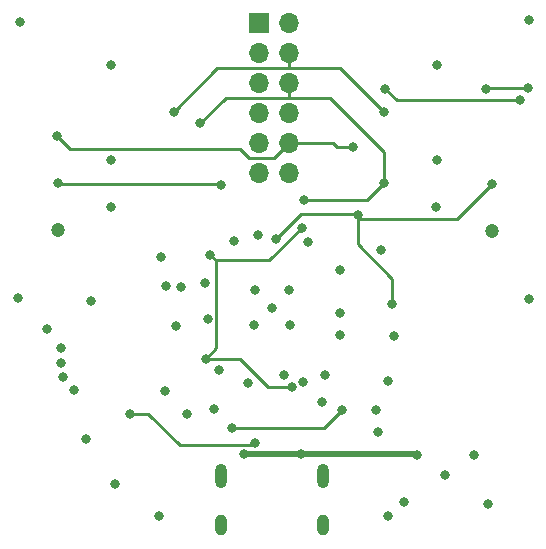
<source format=gbr>
%TF.GenerationSoftware,KiCad,Pcbnew,8.0.0*%
%TF.CreationDate,2024-03-20T17:10:03-04:00*%
%TF.ProjectId,AntEater,416e7445-6174-4657-922e-6b696361645f,rev?*%
%TF.SameCoordinates,Original*%
%TF.FileFunction,Copper,L4,Bot*%
%TF.FilePolarity,Positive*%
%FSLAX46Y46*%
G04 Gerber Fmt 4.6, Leading zero omitted, Abs format (unit mm)*
G04 Created by KiCad (PCBNEW 8.0.0) date 2024-03-20 17:10:03*
%MOMM*%
%LPD*%
G01*
G04 APERTURE LIST*
%TA.AperFunction,ComponentPad*%
%ADD10O,1.000000X1.800000*%
%TD*%
%TA.AperFunction,ComponentPad*%
%ADD11O,1.000000X2.100000*%
%TD*%
%TA.AperFunction,ComponentPad*%
%ADD12O,1.700000X1.700000*%
%TD*%
%TA.AperFunction,ComponentPad*%
%ADD13R,1.700000X1.700000*%
%TD*%
%TA.AperFunction,ViaPad*%
%ADD14C,0.800000*%
%TD*%
%TA.AperFunction,ViaPad*%
%ADD15C,1.200000*%
%TD*%
%TA.AperFunction,Conductor*%
%ADD16C,0.250000*%
%TD*%
%TA.AperFunction,Conductor*%
%ADD17C,0.500000*%
%TD*%
G04 APERTURE END LIST*
D10*
%TO.P,J2,S1,SHIELD*%
%TO.N,/GND*%
X144310000Y-118370000D03*
D11*
X144310000Y-114190000D03*
D10*
X135670000Y-118370000D03*
D11*
X135670000Y-114190000D03*
%TD*%
D12*
%TO.P,J3,12,Pin_12*%
%TO.N,/GND*%
X141410000Y-88570000D03*
%TO.P,J3,11,Pin_11*%
X138870000Y-88570000D03*
%TO.P,J3,10,Pin_10*%
%TO.N,/A0*%
X141410000Y-86030000D03*
%TO.P,J3,9,Pin_9*%
%TO.N,/RX*%
X138870000Y-86030000D03*
%TO.P,J3,8,Pin_8*%
%TO.N,VCCIO*%
X141410000Y-83490000D03*
%TO.P,J3,7,Pin_7*%
%TO.N,/RST*%
X138870000Y-83490000D03*
%TO.P,J3,6,Pin_6*%
%TO.N,/TX*%
X141410000Y-80950000D03*
%TO.P,J3,5,Pin_5*%
%TO.N,/A1*%
X138870000Y-80950000D03*
%TO.P,J3,4,Pin_4*%
%TO.N,/PLUG*%
X141410000Y-78410000D03*
%TO.P,J3,3,Pin_3*%
%TO.N,/SDA*%
X138870000Y-78410000D03*
%TO.P,J3,2,Pin_2*%
%TO.N,/SCL*%
X141410000Y-75870000D03*
D13*
%TO.P,J3,1,Pin_1*%
%TO.N,/A2*%
X138870000Y-75870000D03*
%TD*%
D14*
%TO.N,/GND*%
X158300000Y-116590000D03*
X151170000Y-116420000D03*
X154660000Y-114150000D03*
%TO.N,VCCIO*%
X157040000Y-112420000D03*
%TO.N,/5V*%
X152260000Y-112400000D03*
%TO.N,/A0*%
X146860000Y-86310000D03*
%TO.N,/5V*%
X142410000Y-112340000D03*
X137580000Y-112340000D03*
%TO.N,VCCIO*%
X124640000Y-99340000D03*
%TO.N,/GND*%
X118447400Y-99093600D03*
X136745474Y-94327349D03*
X140986417Y-105670000D03*
X130390000Y-117570000D03*
X153837950Y-91430000D03*
X141427974Y-98477349D03*
X126346800Y-91421800D03*
X130950000Y-106980000D03*
X138427974Y-101407349D03*
X135025474Y-108527349D03*
X122260000Y-105840000D03*
X139975474Y-99982349D03*
X148785474Y-108567349D03*
X141477974Y-101427349D03*
X144430000Y-105685000D03*
X149800000Y-117600000D03*
X145695474Y-100382349D03*
X149220474Y-95047349D03*
X142568065Y-106215000D03*
X161703600Y-75624000D03*
X135447821Y-105189696D03*
X138507974Y-98477349D03*
X126372200Y-87421800D03*
X122110000Y-103350000D03*
X142990474Y-94347349D03*
X150285474Y-102317349D03*
X124200000Y-111030000D03*
X144245474Y-107967349D03*
X132775474Y-108927349D03*
X134296411Y-97886411D03*
X130547974Y-95627349D03*
X131867974Y-101457349D03*
X118625200Y-75776400D03*
X153905800Y-87409600D03*
X126657500Y-114910000D03*
X153905800Y-79409600D03*
X161729000Y-99169800D03*
X126372200Y-79421800D03*
X137915474Y-106347349D03*
%TO.N,VCORE*%
X134345474Y-104257349D03*
X141650000Y-106650000D03*
X134755474Y-95457349D03*
X142505474Y-93167349D03*
%TO.N,/SCL*%
X161670000Y-81340000D03*
X158127800Y-81409600D03*
%TO.N,/SDA*%
X160940000Y-82370000D03*
X149580000Y-81409600D03*
%TO.N,/PLUG*%
X131660000Y-83370000D03*
X149480000Y-83390000D03*
%TO.N,/A0*%
X121780000Y-85450000D03*
%TO.N,/RX*%
X150175474Y-99617349D03*
X140335474Y-94137349D03*
X147214600Y-92134600D03*
X135635000Y-89535000D03*
X158580000Y-89440000D03*
X121838200Y-89421800D03*
%TO.N,/TX*%
X149449600Y-89409600D03*
X142677974Y-90817349D03*
X133920000Y-84330000D03*
%TO.N,Net-(U2-VPHY)*%
X145905474Y-108647349D03*
X136595474Y-110147349D03*
%TO.N,VCCIO*%
X123235474Y-106897349D03*
X145695474Y-102257349D03*
X148955474Y-110447349D03*
D15*
X121890000Y-93410000D03*
D14*
X132230000Y-98160000D03*
X138830000Y-93820000D03*
X120900000Y-101780000D03*
X149797974Y-106147349D03*
X130970000Y-98140000D03*
D15*
X158580000Y-93450000D03*
D14*
X122125474Y-104637349D03*
X134523118Y-100906579D03*
X145727974Y-96732349D03*
%TO.N,Net-(U2-REF)*%
X127937500Y-108930000D03*
X138520474Y-111440000D03*
%TD*%
D16*
%TO.N,VCORE*%
X137235474Y-104257349D02*
X134345474Y-104257349D01*
X141650000Y-106650000D02*
X139628125Y-106650000D01*
X139628125Y-106650000D02*
X137235474Y-104257349D01*
%TO.N,/RX*%
X147214600Y-92134600D02*
X147500000Y-92420000D01*
X147500000Y-92420000D02*
X155600000Y-92420000D01*
X155600000Y-92420000D02*
X158580000Y-89440000D01*
%TO.N,/TX*%
X149449600Y-89409600D02*
X149449600Y-86769600D01*
X141525000Y-82210000D02*
X141410000Y-82095000D01*
X149449600Y-86769600D02*
X144890000Y-82210000D01*
X144890000Y-82210000D02*
X141525000Y-82210000D01*
X133920000Y-84330000D02*
X136050000Y-82200000D01*
X141305000Y-82200000D02*
X141410000Y-82095000D01*
X136050000Y-82200000D02*
X141305000Y-82200000D01*
%TO.N,/PLUG*%
X131660000Y-83370000D02*
X135350000Y-79680000D01*
X135350000Y-79680000D02*
X141285000Y-79680000D01*
X141285000Y-79680000D02*
X141410000Y-79555000D01*
X141410000Y-79555000D02*
X141515000Y-79660000D01*
X141515000Y-79660000D02*
X145750000Y-79660000D01*
X145750000Y-79660000D02*
X149480000Y-83390000D01*
%TO.N,/SDA*%
X150540400Y-82370000D02*
X149580000Y-81409600D01*
X160940000Y-82370000D02*
X150540400Y-82370000D01*
%TO.N,/A0*%
X146860000Y-86310000D02*
X146830000Y-86340000D01*
X146830000Y-86340000D02*
X145440000Y-86340000D01*
X145440000Y-86340000D02*
X145130000Y-86030000D01*
X145130000Y-86030000D02*
X141410000Y-86030000D01*
X141410000Y-86030000D02*
X140170000Y-87270000D01*
X140170000Y-87270000D02*
X138018299Y-87270000D01*
X138018299Y-87270000D02*
X137268299Y-86520000D01*
X137268299Y-86520000D02*
X122850000Y-86520000D01*
X122850000Y-86520000D02*
X121780000Y-85450000D01*
%TO.N,/RX*%
X135635000Y-89535000D02*
X135540000Y-89440000D01*
X135540000Y-89440000D02*
X121856400Y-89440000D01*
X121856400Y-89440000D02*
X121838200Y-89421800D01*
D17*
%TO.N,/5V*%
X152260000Y-112400000D02*
X152200000Y-112340000D01*
X152200000Y-112340000D02*
X142410000Y-112340000D01*
D16*
%TO.N,/TX*%
X142677974Y-90817349D02*
X148041851Y-90817349D01*
X148041851Y-90817349D02*
X149449600Y-89409600D01*
%TO.N,Net-(U2-REF)*%
X138380474Y-111580000D02*
X132147500Y-111580000D01*
X138520474Y-111440000D02*
X138380474Y-111580000D01*
X132147500Y-111580000D02*
X129497500Y-108930000D01*
X129497500Y-108930000D02*
X127937500Y-108930000D01*
D17*
%TO.N,/5V*%
X137580000Y-112340000D02*
X142410000Y-112340000D01*
D16*
%TO.N,/RX*%
X150175474Y-99617349D02*
X150175474Y-97544849D01*
X150175474Y-97544849D02*
X147214600Y-94583975D01*
X147214600Y-94583975D02*
X147214600Y-92134600D01*
X147084849Y-92004849D02*
X144990474Y-92004849D01*
X147214600Y-92134600D02*
X147084849Y-92004849D01*
%TO.N,VCORE*%
X139722830Y-95949993D02*
X142505474Y-93167349D01*
X135248118Y-103354705D02*
X134345474Y-104257349D01*
X134755474Y-95457349D02*
X135248118Y-95949993D01*
X135248118Y-95949993D02*
X135248118Y-103354705D01*
X135248118Y-95949993D02*
X139722830Y-95949993D01*
%TO.N,/SCL*%
X158197400Y-81340000D02*
X158127800Y-81409600D01*
X161670000Y-81340000D02*
X158197400Y-81340000D01*
%TO.N,/PLUG*%
X141410000Y-78410000D02*
X141410000Y-79555000D01*
%TO.N,/RX*%
X140335474Y-94137349D02*
X142467974Y-92004849D01*
X142467974Y-92004849D02*
X144990474Y-92004849D01*
%TO.N,/TX*%
X141410000Y-80950000D02*
X141410000Y-82095000D01*
%TO.N,Net-(U2-VPHY)*%
X144405474Y-110147349D02*
X136595474Y-110147349D01*
X145905474Y-108647349D02*
X144405474Y-110147349D01*
%TD*%
M02*

</source>
